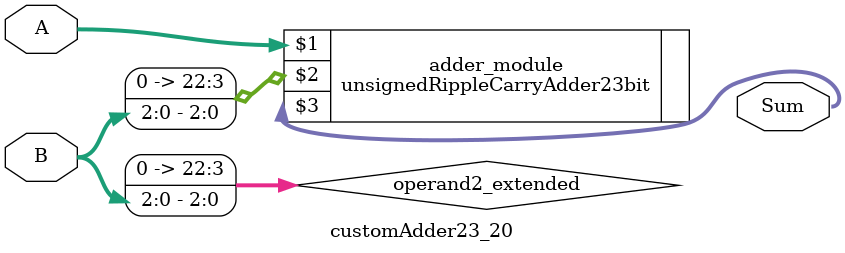
<source format=v>

module customAdder23_20(
                    input [22 : 0] A,
                    input [2 : 0] B,
                    
                    output [23 : 0] Sum
            );

    wire [22 : 0] operand2_extended;
    
    assign operand2_extended =  {20'b0, B};
    
    unsignedRippleCarryAdder23bit adder_module(
        A,
        operand2_extended,
        Sum
    );
    
endmodule
        
</source>
